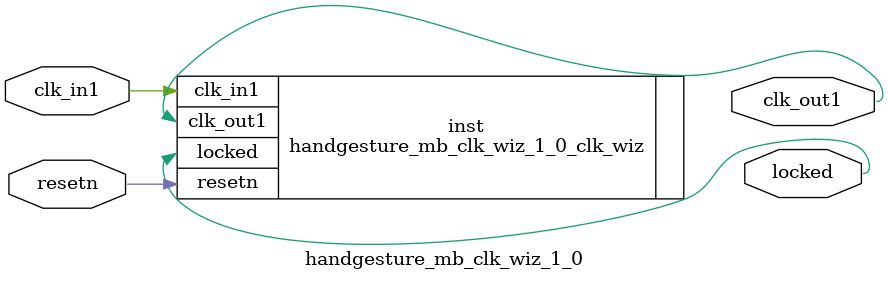
<source format=v>


`timescale 1ps/1ps

(* CORE_GENERATION_INFO = "handgesture_mb_clk_wiz_1_0,clk_wiz_v6_0_0_0,{component_name=handgesture_mb_clk_wiz_1_0,use_phase_alignment=true,use_min_o_jitter=false,use_max_i_jitter=false,use_dyn_phase_shift=false,use_inclk_switchover=false,use_dyn_reconfig=false,enable_axi=0,feedback_source=FDBK_AUTO,PRIMITIVE=MMCM,num_out_clk=1,clkin1_period=10.000,clkin2_period=10.000,use_power_down=false,use_reset=true,use_locked=true,use_inclk_stopped=false,feedback_type=SINGLE,CLOCK_MGR_TYPE=NA,manual_override=false}" *)

module handgesture_mb_clk_wiz_1_0 
 (
  // Clock out ports
  output        clk_out1,
  // Status and control signals
  input         resetn,
  output        locked,
 // Clock in ports
  input         clk_in1
 );

  handgesture_mb_clk_wiz_1_0_clk_wiz inst
  (
  // Clock out ports  
  .clk_out1(clk_out1),
  // Status and control signals               
  .resetn(resetn), 
  .locked(locked),
 // Clock in ports
  .clk_in1(clk_in1)
  );

endmodule

</source>
